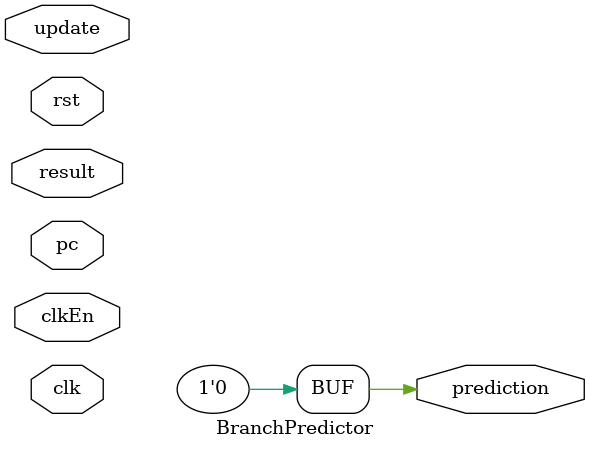
<source format=sv>

module BranchPredictor (
    input clk,
    input clkEn,
    input rst,

    // PC and Update Signals
    input wire [63:0] pc,
    
    input wire update,
    input wire result,

    // prediction output
    output wire prediction
);
    assign prediction = 0; // TEMP
endmodule : BranchPredictor

</source>
